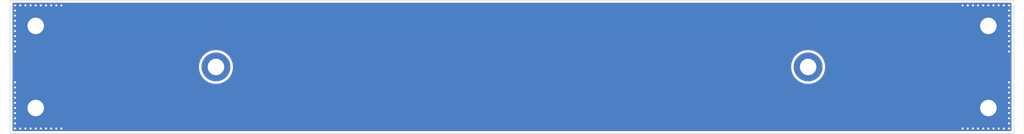
<source format=kicad_pcb>
(kicad_pcb (version 20211014) (generator pcbnew)
  (layers (0 "F.Cu" signal) (31 "B.Cu" signal) (34 "B.Paste" user) (35 "F.Paste" user) (36 "B.SilkS" user "B.Silkscreen") (37 "F.SilkS" user "F.Silkscreen") (38 "B.Mask" user) (39 "F.Mask" user) (44 "Edge.Cuts" user))
  (net 0 "")
  (net 1 "Net-(H1-Pad1)")
  (footprint "MountingHole:MountingHole_3.2mm_M3_DIN965_Pad" (layer "F.Cu") (at 190 -21)
    (fp_text reference "H3" hide)
    (fp_text value "MountingHole_Pad")
    (pad "1" thru_hole circle locked (at 0 0) (size 5.6 5.6) (drill 3.2) (layers *.Cu *.Mask) (net 1 "Net-(H1-Pad1)"))
  )
  (footprint "MountingHole:MountingHole_3.2mm_M3_DIN965_Pad" (layer "F.Cu") (at 5 -5)
    (fp_text reference "H2" hide)
    (fp_text value "MountingHole_Pad")
    (pad "1" thru_hole circle locked (at 0 0) (size 5.6 5.6) (drill 3.2) (layers *.Cu *.Mask) (net 1 "Net-(H1-Pad1)"))
  )
  (footprint "MountingHole:MountingHole_3.2mm_M3_DIN965_Pad" (layer "F.Cu") (at 40 -13)
    (fp_text reference "H5" hide)
    (fp_text value "MountingHole_Pad")
    (pad "1" thru_hole circle locked (at 0 0) (size 5.6 5.6) (drill 3.2) (layers *.Cu *.Mask))
  )
  (footprint "MountingHole:MountingHole_3.2mm_M3_DIN965_Pad" (layer "F.Cu") (at 190 -5)
    (fp_text reference "H4" hide)
    (fp_text value "MountingHole_Pad")
    (pad "1" thru_hole circle locked (at 0 0) (size 5.6 5.6) (drill 3.2) (layers *.Cu *.Mask) (net 1 "Net-(H1-Pad1)"))
  )
  (footprint "MountingHole:MountingHole_3.2mm_M3_DIN965_Pad" (layer "F.Cu") (at 5 -21)
    (fp_text reference "H1" hide)
    (fp_text value "MountingHole_Pad")
    (pad "1" thru_hole circle locked (at 0 0) (size 5.6 5.6) (drill 3.2) (layers *.Cu *.Mask) (net 1 "Net-(H1-Pad1)"))
  )
  (footprint "MountingHole:MountingHole_3.2mm_M3_DIN965_Pad" (layer "F.Cu") (at 155 -13)
    (fp_text reference "H6" hide)
    (fp_text value "MountingHole_Pad")
    (pad "1" thru_hole circle locked (at 0 0) (size 5.6 5.6) (drill 3.2) (layers *.Cu *.Mask))
  )
  (gr_rect (start 0 0) (end 195 -26) (layer "Edge.Cuts") (width 0.1) (fill none))
  (via (at 9 -25) (size 0.8) (drill 0.4) (layers "F.Cu" "B.Cu") (net 1))
  (via (at 1 -9) (size 0.8) (drill 0.4) (layers "F.Cu" "B.Cu") (net 1))
  (via (at 194 -23) (size 0.8) (drill 0.4) (layers "F.Cu" "B.Cu") (net 1))
  (via (at 8 -25) (size 0.8) (drill 0.4) (layers "F.Cu" "B.Cu") (net 1))
  (via (at 190 -1) (size 0.8) (drill 0.4) (layers "F.Cu" "B.Cu") (net 1))
  (via (at 1 -18) (size 0.8) (drill 0.4) (layers "F.Cu" "B.Cu") (net 1))
  (via (at 1 -4) (size 0.8) (drill 0.4) (layers "F.Cu" "B.Cu") (net 1))
  (via (at 194 -22) (size 0.8) (drill 0.4) (layers "F.Cu" "B.Cu") (net 1))
  (via (at 1 -1) (size 0.8) (drill 0.4) (layers "F.Cu" "B.Cu") (net 1))
  (via (at 1 -24) (size 0.8) (drill 0.4) (layers "F.Cu" "B.Cu") (net 1))
  (via (at 7 -1) (size 0.8) (drill 0.4) (layers "F.Cu" "B.Cu") (net 1))
  (via (at 6 -25) (size 0.8) (drill 0.4) (layers "F.Cu" "B.Cu") (net 1))
  (via (at 194 -3) (size 0.8) (drill 0.4) (layers "F.Cu" "B.Cu") (net 1))
  (via (at 185 -1) (size 0.8) (drill 0.4) (layers "F.Cu" "B.Cu") (net 1))
  (via (at 8 -1) (size 0.8) (drill 0.4) (layers "F.Cu" "B.Cu") (net 1))
  (via (at 194 -6) (size 0.8) (drill 0.4) (layers "F.Cu" "B.Cu") (net 1))
  (via (at 1 -22) (size 0.8) (drill 0.4) (layers "F.Cu" "B.Cu") (net 1))
  (via (at 194 -16) (size 0.8) (drill 0.4) (layers "F.Cu" "B.Cu") (net 1))
  (via (at 1 -8) (size 0.8) (drill 0.4) (layers "F.Cu" "B.Cu") (net 1))
  (via (at 1 -5) (size 0.8) (drill 0.4) (layers "F.Cu" "B.Cu") (net 1))
  (via (at 185 -25) (size 0.8) (drill 0.4) (layers "F.Cu" "B.Cu") (net 1))
  (via (at 193 -25) (size 0.8) (drill 0.4) (layers "F.Cu" "B.Cu") (net 1))
  (via (at 5 -25) (size 0.8) (drill 0.4) (layers "F.Cu" "B.Cu") (net 1))
  (via (at 1 -17) (size 0.8) (drill 0.4) (layers "F.Cu" "B.Cu") (net 1))
  (via (at 194 -8) (size 0.8) (drill 0.4) (layers "F.Cu" "B.Cu") (net 1))
  (via (at 194 -21) (size 0.8) (drill 0.4) (layers "F.Cu" "B.Cu") (net 1))
  (via (at 194 -20) (size 0.8) (drill 0.4) (layers "F.Cu" "B.Cu") (net 1))
  (via (at 1 -23) (size 0.8) (drill 0.4) (layers "F.Cu" "B.Cu") (net 1))
  (via (at 194 -1) (size 0.8) (drill 0.4) (layers "F.Cu" "B.Cu") (net 1))
  (via (at 1 -20) (size 0.8) (drill 0.4) (layers "F.Cu" "B.Cu") (net 1))
  (via (at 5 -1) (size 0.8) (drill 0.4) (layers "F.Cu" "B.Cu") (net 1))
  (via (at 186 -25) (size 0.8) (drill 0.4) (layers "F.Cu" "B.Cu") (net 1))
  (via (at 3 -25) (size 0.8) (drill 0.4) (layers "F.Cu" "B.Cu") (net 1))
  (via (at 186 -25) (size 0.8) (drill 0.4) (layers "F.Cu" "B.Cu") (net 1))
  (via (at 191 -1) (size 0.8) (drill 0.4) (layers "F.Cu" "B.Cu") (net 1))
  (via (at 194 -9) (size 0.8) (drill 0.4) (layers "F.Cu" "B.Cu") (net 1))
  (via (at 194 -19) (size 0.8) (drill 0.4) (layers "F.Cu" "B.Cu") (net 1))
  (via (at 194 -25) (size 0.8) (drill 0.4) (layers "F.Cu" "B.Cu") (net 1))
  (via (at 1 -3) (size 0.8) (drill 0.4) (layers "F.Cu" "B.Cu") (net 1))
  (via (at 1 -10) (size 0.8) (drill 0.4) (layers "F.Cu" "B.Cu") (net 1))
  (via (at 4 -1) (size 0.8) (drill 0.4) (layers "F.Cu" "B.Cu") (net 1))
  (via (at 1 -2) (size 0.8) (drill 0.4) (layers "F.Cu" "B.Cu") (net 1))
  (via (at 191 -25) (size 0.8) (drill 0.4) (layers "F.Cu" "B.Cu") (net 1))
  (via (at 194 -5) (size 0.8) (drill 0.4) (layers "F.Cu" "B.Cu") (net 1))
  (via (at 192 -1) (size 0.8) (drill 0.4) (layers "F.Cu" "B.Cu") (net 1))
  (via (at 1 -6) (size 0.8) (drill 0.4) (layers "F.Cu" "B.Cu") (net 1))
  (via (at 194 -7) (size 0.8) (drill 0.4) (layers "F.Cu" "B.Cu") (net 1))
  (via (at 187 -1) (size 0.8) (drill 0.4) (layers "F.Cu" "B.Cu") (net 1))
  (via (at 1 -21) (size 0.8) (drill 0.4) (layers "F.Cu" "B.Cu") (net 1))
  (via (at 4 -25) (size 0.8) (drill 0.4) (layers "F.Cu" "B.Cu") (net 1))
  (via (at 6 -1) (size 0.8) (drill 0.4) (layers "F.Cu" "B.Cu") (net 1))
  (via (at 3 -1) (size 0.8) (drill 0.4) (layers "F.Cu" "B.Cu") (net 1))
  (via (at 194 -10) (size 0.8) (drill 0.4) (layers "F.Cu" "B.Cu") (net 1))
  (via (at 190 -25) (size 0.8) (drill 0.4) (layers "F.Cu" "B.Cu") (net 1))
  (via (at 1 -25) (size 0.8) (drill 0.4) (layers "F.Cu" "B.Cu") (net 1))
  (via (at 1 -16) (size 0.8) (drill 0.4) (layers "F.Cu" "B.Cu") (net 1))
  (via (at 188 -25) (size 0.8) (drill 0.4) (layers "F.Cu" "B.Cu") (net 1))
  (via (at 1 -19) (size 0.8) (drill 0.4) (layers "F.Cu" "B.Cu") (net 1))
  (via (at 194 -4) (size 0.8) (drill 0.4) (layers "F.Cu" "B.Cu") (net 1))
  (via (at 10 -1) (size 0.8) (drill 0.4) (layers "F.Cu" "B.Cu") (net 1))
  (via (at 194 -24) (size 0.8) (drill 0.4) (layers "F.Cu" "B.Cu") (net 1))
  (via (at 7 -25) (size 0.8) (drill 0.4) (layers "F.Cu" "B.Cu") (net 1))
  (via (at 9 -1) (size 0.8) (drill 0.4) (layers "F.Cu" "B.Cu") (net 1))
  (via (at 1 -7) (size 0.8) (drill 0.4) (layers "F.Cu" "B.Cu") (net 1))
  (via (at 2 -25) (size 0.8) (drill 0.4) (layers "F.Cu" "B.Cu") (net 1))
  (via (at 194 -18) (size 0.8) (drill 0.4) (layers "F.Cu" "B.Cu") (net 1))
  (via (at 2 -1) (size 0.8) (drill 0.4) (layers "F.Cu" "B.Cu") (net 1))
  (via (at 194 -2) (size 0.8) (drill 0.4) (layers "F.Cu" "B.Cu") (net 1))
  (via (at 187 -25) (size 0.8) (drill 0.4) (layers "F.Cu" "B.Cu") (net 1))
  (via (at 189 -1) (size 0.8) (drill 0.4) (layers "F.Cu" "B.Cu") (net 1))
  (via (at 188 -1) (size 0.8) (drill 0.4) (layers "F.Cu" "B.Cu") (net 1))
  (via (at 10 -25) (size 0.8) (drill 0.4) (layers "F.Cu" "B.Cu") (net 1))
  (via (at 189 -25) (size 0.8) (drill 0.4) (layers "F.Cu" "B.Cu") (net 1))
  (via (at 193 -1) (size 0.8) (drill 0.4) (layers "F.Cu" "B.Cu") (net 1))
  (via (at 194 -17) (size 0.8) (drill 0.4) (layers "F.Cu" "B.Cu") (net 1))
  (via (at 192 -25) (size 0.8) (drill 0.4) (layers "F.Cu" "B.Cu") (net 1))
  (via (at 186 -1) (size 0.8) (drill 0.4) (layers "F.Cu" "B.Cu") (net 1))
  (zone (net 1) (net_name "Net-(H1-Pad1)") (layers F&B.Cu) (connect_pads yes (clearance 0.508)) (min_thickness 0.254) (fill yes (thermal_gap 0.508) (thermal_bridge_width 0.508))
    (polygon (pts (xy 195 0) (xy 0 0) (xy 0 -26) (xy 195 -26)))
  )
)
</source>
